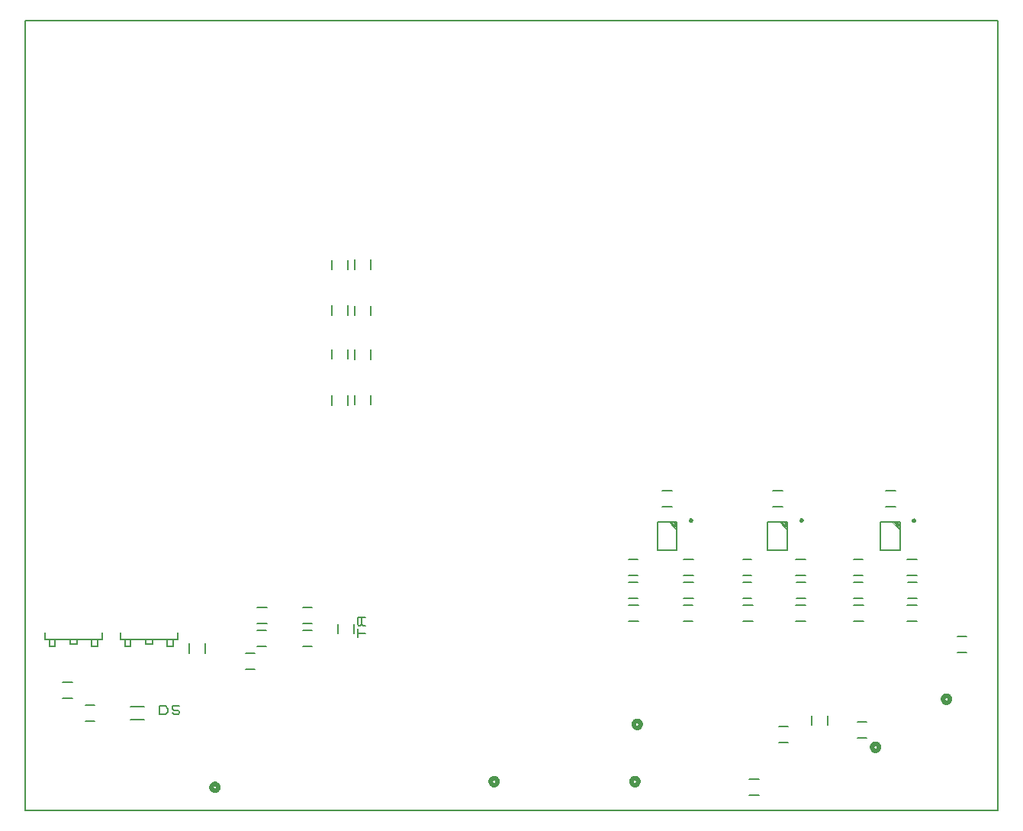
<source format=gbr>
G04 PROTEUS GERBER X2 FILE*
%TF.GenerationSoftware,Labcenter,Proteus,8.7-SP3-Build25561*%
%TF.CreationDate,2021-06-30T06:14:37+00:00*%
%TF.FileFunction,Legend,Bot*%
%TF.FilePolarity,Positive*%
%TF.Part,Single*%
%TF.SameCoordinates,{77f9167f-24a0-473a-9e88-04ab24b8f88e}*%
%FSLAX45Y45*%
%MOMM*%
G01*
%TA.AperFunction,Profile*%
%ADD41C,0.203200*%
%TA.AperFunction,Material*%
%ADD45C,0.200000*%
%ADD44C,0.203200*%
%ADD50C,0.250000*%
%ADD51C,0.100000*%
%ADD47C,0.508000*%
%TD.AperFunction*%
D41*
X-1079500Y-6413500D02*
X+9715500Y-6413500D01*
X+9715500Y+2349500D01*
X-1079500Y+2349500D01*
X-1079500Y-6413500D01*
D45*
X+2503000Y-811000D02*
X+2503000Y-921000D01*
X+2323000Y-811000D02*
X+2323000Y-921000D01*
X+2503000Y-313000D02*
X+2503000Y-413000D01*
X+2323000Y-313000D02*
X+2323000Y-413000D01*
X+2757000Y-303000D02*
X+2757000Y-413000D01*
X+2577000Y-303000D02*
X+2577000Y-413000D01*
X+2757000Y-821000D02*
X+2757000Y-921000D01*
X+2577000Y-821000D02*
X+2577000Y-921000D01*
D44*
X-228600Y-4445000D02*
X-228600Y-4521200D01*
X-863600Y-4521200D01*
X-863600Y-4445000D01*
X-508000Y-4521200D02*
X-508000Y-4572000D01*
X-584200Y-4572000D01*
X-584200Y-4521200D01*
X-279400Y-4521200D02*
X-279400Y-4597400D01*
X-342900Y-4597400D01*
X-342900Y-4521200D01*
X-812800Y-4521200D02*
X-812800Y-4597400D01*
X-749300Y-4597400D01*
X-749300Y-4521200D02*
X-749300Y-4597400D01*
X+609600Y-4445000D02*
X+609600Y-4521200D01*
X-25400Y-4521200D01*
X-25400Y-4445000D01*
X+330200Y-4521200D02*
X+330200Y-4572000D01*
X+254000Y-4572000D01*
X+254000Y-4521200D01*
X+558800Y-4521200D02*
X+558800Y-4597400D01*
X+495300Y-4597400D01*
X+495300Y-4521200D01*
X+25400Y-4521200D02*
X+25400Y-4597400D01*
X+88900Y-4597400D01*
X+88900Y-4521200D02*
X+88900Y-4597400D01*
D45*
X-557000Y-5170000D02*
X-667000Y-5170000D01*
X-557000Y-4990000D02*
X-667000Y-4990000D01*
X+735500Y-4667500D02*
X+735500Y-4557500D01*
X+915500Y-4667500D02*
X+915500Y-4557500D01*
X+2757000Y-1301500D02*
X+2757000Y-1411500D01*
X+2577000Y-1301500D02*
X+2577000Y-1411500D01*
X+2503000Y-1809500D02*
X+2503000Y-1919500D01*
X+2323000Y-1809500D02*
X+2323000Y-1919500D01*
X+2757000Y-1809500D02*
X+2757000Y-1909500D01*
X+2577000Y-1809500D02*
X+2577000Y-1909500D01*
X+2503000Y-1301500D02*
X+2503000Y-1401500D01*
X+2323000Y-1301500D02*
X+2323000Y-1401500D01*
D50*
X+6316500Y-3195902D02*
X+6316457Y-3194863D01*
X+6316105Y-3192784D01*
X+6315368Y-3190705D01*
X+6314164Y-3188626D01*
X+6312323Y-3186576D01*
X+6310244Y-3185073D01*
X+6308165Y-3184116D01*
X+6306086Y-3183577D01*
X+6304007Y-3183402D01*
X+6304000Y-3183402D01*
X+6291500Y-3195902D02*
X+6291543Y-3194863D01*
X+6291895Y-3192784D01*
X+6292632Y-3190705D01*
X+6293836Y-3188626D01*
X+6295677Y-3186576D01*
X+6297756Y-3185073D01*
X+6299835Y-3184116D01*
X+6301914Y-3183577D01*
X+6303993Y-3183402D01*
X+6304000Y-3183402D01*
X+6291500Y-3195902D02*
X+6291543Y-3196941D01*
X+6291895Y-3199020D01*
X+6292632Y-3201099D01*
X+6293836Y-3203178D01*
X+6295677Y-3205228D01*
X+6297756Y-3206731D01*
X+6299835Y-3207688D01*
X+6301914Y-3208227D01*
X+6303993Y-3208402D01*
X+6304000Y-3208402D01*
X+6316500Y-3195902D02*
X+6316457Y-3196941D01*
X+6316105Y-3199020D01*
X+6315368Y-3201099D01*
X+6314164Y-3203178D01*
X+6312323Y-3205228D01*
X+6310244Y-3206731D01*
X+6308165Y-3207688D01*
X+6306086Y-3208227D01*
X+6304007Y-3208402D01*
X+6304000Y-3208402D01*
D45*
X+6154000Y-3525902D02*
X+5934000Y-3525902D01*
X+5934000Y-3215902D01*
X+6154000Y-3215902D01*
X+6154000Y-3525902D01*
D51*
X+6154000Y-3225902D02*
X+6144000Y-3215902D01*
X+6154000Y-3235902D02*
X+6134000Y-3215902D01*
X+6154000Y-3245902D02*
X+6124000Y-3215902D01*
X+6154000Y-3255902D02*
X+6114000Y-3215902D01*
X+6154000Y-3265902D02*
X+6104000Y-3215902D01*
X+6154000Y-3275902D02*
X+6094000Y-3215902D01*
X+6154000Y-3285902D02*
X+6084000Y-3215902D01*
X+6154000Y-3295902D02*
X+6074000Y-3215902D01*
X+6154000Y-3305902D02*
X+6064000Y-3215902D01*
D50*
X+7543607Y-3195533D02*
X+7543564Y-3194494D01*
X+7543212Y-3192415D01*
X+7542475Y-3190336D01*
X+7541271Y-3188257D01*
X+7539430Y-3186207D01*
X+7537351Y-3184704D01*
X+7535272Y-3183747D01*
X+7533193Y-3183208D01*
X+7531114Y-3183033D01*
X+7531107Y-3183033D01*
X+7518607Y-3195533D02*
X+7518650Y-3194494D01*
X+7519002Y-3192415D01*
X+7519739Y-3190336D01*
X+7520943Y-3188257D01*
X+7522784Y-3186207D01*
X+7524863Y-3184704D01*
X+7526942Y-3183747D01*
X+7529021Y-3183208D01*
X+7531100Y-3183033D01*
X+7531107Y-3183033D01*
X+7518607Y-3195533D02*
X+7518650Y-3196572D01*
X+7519002Y-3198651D01*
X+7519739Y-3200730D01*
X+7520943Y-3202809D01*
X+7522784Y-3204859D01*
X+7524863Y-3206362D01*
X+7526942Y-3207319D01*
X+7529021Y-3207858D01*
X+7531100Y-3208033D01*
X+7531107Y-3208033D01*
X+7543607Y-3195533D02*
X+7543564Y-3196572D01*
X+7543212Y-3198651D01*
X+7542475Y-3200730D01*
X+7541271Y-3202809D01*
X+7539430Y-3204859D01*
X+7537351Y-3206362D01*
X+7535272Y-3207319D01*
X+7533193Y-3207858D01*
X+7531114Y-3208033D01*
X+7531107Y-3208033D01*
D45*
X+7381107Y-3525533D02*
X+7161107Y-3525533D01*
X+7161107Y-3215533D01*
X+7381107Y-3215533D01*
X+7381107Y-3525533D01*
D51*
X+7381107Y-3225533D02*
X+7371107Y-3215533D01*
X+7381107Y-3235533D02*
X+7361107Y-3215533D01*
X+7381107Y-3245533D02*
X+7351107Y-3215533D01*
X+7381107Y-3255533D02*
X+7341107Y-3215533D01*
X+7381107Y-3265533D02*
X+7331107Y-3215533D01*
X+7381107Y-3275533D02*
X+7321107Y-3215533D01*
X+7381107Y-3285533D02*
X+7311107Y-3215533D01*
X+7381107Y-3295533D02*
X+7301107Y-3215533D01*
X+7381107Y-3305533D02*
X+7291107Y-3215533D01*
D50*
X+8793369Y-3197033D02*
X+8793326Y-3195994D01*
X+8792974Y-3193915D01*
X+8792237Y-3191836D01*
X+8791033Y-3189757D01*
X+8789192Y-3187707D01*
X+8787113Y-3186204D01*
X+8785034Y-3185247D01*
X+8782955Y-3184708D01*
X+8780876Y-3184533D01*
X+8780869Y-3184533D01*
X+8768369Y-3197033D02*
X+8768412Y-3195994D01*
X+8768764Y-3193915D01*
X+8769501Y-3191836D01*
X+8770705Y-3189757D01*
X+8772546Y-3187707D01*
X+8774625Y-3186204D01*
X+8776704Y-3185247D01*
X+8778783Y-3184708D01*
X+8780862Y-3184533D01*
X+8780869Y-3184533D01*
X+8768369Y-3197033D02*
X+8768412Y-3198072D01*
X+8768764Y-3200151D01*
X+8769501Y-3202230D01*
X+8770705Y-3204309D01*
X+8772546Y-3206359D01*
X+8774625Y-3207862D01*
X+8776704Y-3208819D01*
X+8778783Y-3209358D01*
X+8780862Y-3209533D01*
X+8780869Y-3209533D01*
X+8793369Y-3197033D02*
X+8793326Y-3198072D01*
X+8792974Y-3200151D01*
X+8792237Y-3202230D01*
X+8791033Y-3204309D01*
X+8789192Y-3206359D01*
X+8787113Y-3207862D01*
X+8785034Y-3208819D01*
X+8782955Y-3209358D01*
X+8780876Y-3209533D01*
X+8780869Y-3209533D01*
D45*
X+8630869Y-3527033D02*
X+8410869Y-3527033D01*
X+8410869Y-3217033D01*
X+8630869Y-3217033D01*
X+8630869Y-3527033D01*
D51*
X+8630869Y-3227033D02*
X+8620869Y-3217033D01*
X+8630869Y-3237033D02*
X+8610869Y-3217033D01*
X+8630869Y-3247033D02*
X+8600869Y-3217033D01*
X+8630869Y-3257033D02*
X+8590869Y-3217033D01*
X+8630869Y-3267033D02*
X+8580869Y-3217033D01*
X+8630869Y-3277033D02*
X+8570869Y-3217033D01*
X+8630869Y-3287033D02*
X+8560869Y-3217033D01*
X+8630869Y-3297033D02*
X+8550869Y-3217033D01*
X+8630869Y-3307033D02*
X+8540869Y-3217033D01*
D45*
X+6100500Y-3047402D02*
X+5990500Y-3047402D01*
X+6100500Y-2867402D02*
X+5990500Y-2867402D01*
X+7327607Y-3047033D02*
X+7217607Y-3047033D01*
X+7327607Y-2867033D02*
X+7217607Y-2867033D01*
X+8577369Y-3048533D02*
X+8467369Y-3048533D01*
X+8577369Y-2868533D02*
X+8467369Y-2868533D01*
X+6337000Y-3809402D02*
X+6227000Y-3809402D01*
X+6337000Y-3629402D02*
X+6227000Y-3629402D01*
X+7581607Y-3809033D02*
X+7471607Y-3809033D01*
X+7581607Y-3629033D02*
X+7471607Y-3629033D01*
X+8813869Y-3809033D02*
X+8703869Y-3809033D01*
X+8813869Y-3629033D02*
X+8703869Y-3629033D01*
X+6337000Y-4063402D02*
X+6227000Y-4063402D01*
X+6337000Y-3883402D02*
X+6227000Y-3883402D01*
X+5729500Y-4317402D02*
X+5619500Y-4317402D01*
X+5729500Y-4137402D02*
X+5619500Y-4137402D01*
X+5619500Y-3629402D02*
X+5719500Y-3629402D01*
X+5619500Y-3809402D02*
X+5719500Y-3809402D01*
X+6327000Y-4317402D02*
X+6227000Y-4317402D01*
X+6327000Y-4137402D02*
X+6227000Y-4137402D01*
X+5719500Y-4063402D02*
X+5619500Y-4063402D01*
X+5719500Y-3883402D02*
X+5619500Y-3883402D01*
X+6882607Y-3629033D02*
X+6982607Y-3629033D01*
X+6882607Y-3809033D02*
X+6982607Y-3809033D01*
X+7581607Y-4063033D02*
X+7481607Y-4063033D01*
X+7581607Y-3883033D02*
X+7481607Y-3883033D01*
X+6982607Y-4063033D02*
X+6882607Y-4063033D01*
X+6982607Y-3883033D02*
X+6882607Y-3883033D01*
X+8114869Y-3629033D02*
X+8214869Y-3629033D01*
X+8114869Y-3809033D02*
X+8214869Y-3809033D01*
X+8813869Y-4063033D02*
X+8713869Y-4063033D01*
X+8813869Y-3883033D02*
X+8713869Y-3883033D01*
X+8214869Y-4063033D02*
X+8114869Y-4063033D01*
X+8214869Y-3883033D02*
X+8114869Y-3883033D01*
X+6992607Y-4317033D02*
X+6882607Y-4317033D01*
X+6992607Y-4137033D02*
X+6882607Y-4137033D01*
X+7581607Y-4317033D02*
X+7471607Y-4317033D01*
X+7581607Y-4137033D02*
X+7471607Y-4137033D01*
X+8224869Y-4317033D02*
X+8114869Y-4317033D01*
X+8224869Y-4137033D02*
X+8114869Y-4137033D01*
X+8813869Y-4317033D02*
X+8703869Y-4317033D01*
X+8813869Y-4137033D02*
X+8703869Y-4137033D01*
X+7063000Y-6249500D02*
X+6953000Y-6249500D01*
X+7063000Y-6069500D02*
X+6953000Y-6069500D01*
X+1602000Y-4344500D02*
X+1492000Y-4344500D01*
X+1602000Y-4164500D02*
X+1492000Y-4164500D01*
D44*
X+83820Y-5407660D02*
X+236220Y-5407660D01*
X+86360Y-5260340D02*
X+236220Y-5260340D01*
X+411480Y-5257801D02*
X+411480Y-5349241D01*
X+474980Y-5349241D01*
X+506730Y-5318761D01*
X+506730Y-5288281D01*
X+474980Y-5257801D01*
X+411480Y-5257801D01*
X+554355Y-5334001D02*
X+570230Y-5349241D01*
X+617855Y-5349241D01*
X+633730Y-5334001D01*
X+633730Y-5318761D01*
X+617855Y-5303521D01*
X+570230Y-5303521D01*
X+554355Y-5288281D01*
X+554355Y-5257801D01*
X+633730Y-5257801D01*
D47*
X+9182100Y-5181500D02*
X+9181969Y-5178342D01*
X+9180903Y-5172024D01*
X+9178672Y-5165706D01*
X+9175027Y-5159388D01*
X+9169452Y-5153149D01*
X+9163134Y-5148553D01*
X+9156816Y-5145620D01*
X+9150498Y-5143958D01*
X+9144180Y-5143400D01*
X+9144000Y-5143400D01*
X+9105900Y-5181500D02*
X+9106031Y-5178342D01*
X+9107097Y-5172024D01*
X+9109328Y-5165706D01*
X+9112973Y-5159388D01*
X+9118548Y-5153149D01*
X+9124866Y-5148553D01*
X+9131184Y-5145620D01*
X+9137502Y-5143958D01*
X+9143820Y-5143400D01*
X+9144000Y-5143400D01*
X+9105900Y-5181500D02*
X+9106031Y-5184658D01*
X+9107097Y-5190976D01*
X+9109328Y-5197294D01*
X+9112973Y-5203612D01*
X+9118548Y-5209851D01*
X+9124866Y-5214447D01*
X+9131184Y-5217380D01*
X+9137502Y-5219042D01*
X+9143820Y-5219600D01*
X+9144000Y-5219600D01*
X+9182100Y-5181500D02*
X+9181969Y-5184658D01*
X+9180903Y-5190976D01*
X+9178672Y-5197294D01*
X+9175027Y-5203612D01*
X+9169452Y-5209851D01*
X+9163134Y-5214447D01*
X+9156816Y-5217380D01*
X+9150498Y-5219042D01*
X+9144180Y-5219600D01*
X+9144000Y-5219600D01*
D45*
X+8159500Y-5434500D02*
X+8259500Y-5434500D01*
X+8159500Y-5614500D02*
X+8259500Y-5614500D01*
X+7288500Y-5480499D02*
X+7388500Y-5480499D01*
X+7288500Y-5660499D02*
X+7388500Y-5660499D01*
X+7647500Y-5465500D02*
X+7647500Y-5365500D01*
X+7827500Y-5465500D02*
X+7827500Y-5365500D01*
X+9266500Y-4482000D02*
X+9366500Y-4482000D01*
X+9266500Y-4662000D02*
X+9366500Y-4662000D01*
X-313000Y-5424000D02*
X-413000Y-5424000D01*
X-313000Y-5244000D02*
X-413000Y-5244000D01*
X+2000000Y-4418500D02*
X+2100000Y-4418500D01*
X+2000000Y-4598500D02*
X+2100000Y-4598500D01*
X+2000000Y-4164500D02*
X+2100000Y-4164500D01*
X+2000000Y-4344500D02*
X+2100000Y-4344500D01*
X+1492000Y-4418500D02*
X+1592000Y-4418500D01*
X+1492000Y-4598500D02*
X+1592000Y-4598500D01*
X+1465000Y-4852500D02*
X+1365000Y-4852500D01*
X+1465000Y-4672500D02*
X+1365000Y-4672500D01*
X+2386500Y-4449500D02*
X+2386500Y-4349500D01*
X+2566500Y-4449500D02*
X+2566500Y-4349500D01*
D44*
X+2698420Y-4272500D02*
X+2606980Y-4272500D01*
X+2606980Y-4351875D01*
X+2622220Y-4367750D01*
X+2637460Y-4367750D01*
X+2652700Y-4351875D01*
X+2652700Y-4272500D01*
X+2652700Y-4351875D02*
X+2667940Y-4367750D01*
X+2698420Y-4367750D01*
X+2606980Y-4399500D02*
X+2606980Y-4494750D01*
X+2606980Y-4447125D02*
X+2698420Y-4447125D01*
D47*
X+8394600Y-5715000D02*
X+8394469Y-5711842D01*
X+8393403Y-5705524D01*
X+8391172Y-5699206D01*
X+8387527Y-5692888D01*
X+8381952Y-5686649D01*
X+8375634Y-5682053D01*
X+8369316Y-5679120D01*
X+8362998Y-5677458D01*
X+8356680Y-5676900D01*
X+8356500Y-5676900D01*
X+8318400Y-5715000D02*
X+8318531Y-5711842D01*
X+8319597Y-5705524D01*
X+8321828Y-5699206D01*
X+8325473Y-5692888D01*
X+8331048Y-5686649D01*
X+8337366Y-5682053D01*
X+8343684Y-5679120D01*
X+8350002Y-5677458D01*
X+8356320Y-5676900D01*
X+8356500Y-5676900D01*
X+8318400Y-5715000D02*
X+8318531Y-5718158D01*
X+8319597Y-5724476D01*
X+8321828Y-5730794D01*
X+8325473Y-5737112D01*
X+8331048Y-5743351D01*
X+8337366Y-5747947D01*
X+8343684Y-5750880D01*
X+8350002Y-5752542D01*
X+8356320Y-5753100D01*
X+8356500Y-5753100D01*
X+8394600Y-5715000D02*
X+8394469Y-5718158D01*
X+8393403Y-5724476D01*
X+8391172Y-5730794D01*
X+8387527Y-5737112D01*
X+8381952Y-5743351D01*
X+8375634Y-5747947D01*
X+8369316Y-5750880D01*
X+8362998Y-5752542D01*
X+8356680Y-5753100D01*
X+8356500Y-5753100D01*
X+4162600Y-6096000D02*
X+4162469Y-6092842D01*
X+4161403Y-6086524D01*
X+4159172Y-6080206D01*
X+4155527Y-6073888D01*
X+4149952Y-6067649D01*
X+4143634Y-6063053D01*
X+4137316Y-6060120D01*
X+4130998Y-6058458D01*
X+4124680Y-6057900D01*
X+4124500Y-6057900D01*
X+4086400Y-6096000D02*
X+4086531Y-6092842D01*
X+4087597Y-6086524D01*
X+4089828Y-6080206D01*
X+4093473Y-6073888D01*
X+4099048Y-6067649D01*
X+4105366Y-6063053D01*
X+4111684Y-6060120D01*
X+4118002Y-6058458D01*
X+4124320Y-6057900D01*
X+4124500Y-6057900D01*
X+4086400Y-6096000D02*
X+4086531Y-6099158D01*
X+4087597Y-6105476D01*
X+4089828Y-6111794D01*
X+4093473Y-6118112D01*
X+4099048Y-6124351D01*
X+4105366Y-6128947D01*
X+4111684Y-6131880D01*
X+4118002Y-6133542D01*
X+4124320Y-6134100D01*
X+4124500Y-6134100D01*
X+4162600Y-6096000D02*
X+4162469Y-6099158D01*
X+4161403Y-6105476D01*
X+4159172Y-6111794D01*
X+4155527Y-6118112D01*
X+4149952Y-6124351D01*
X+4143634Y-6128947D01*
X+4137316Y-6131880D01*
X+4130998Y-6133542D01*
X+4124680Y-6134100D01*
X+4124500Y-6134100D01*
X+5724600Y-6096000D02*
X+5724469Y-6092842D01*
X+5723403Y-6086524D01*
X+5721172Y-6080206D01*
X+5717527Y-6073888D01*
X+5711952Y-6067649D01*
X+5705634Y-6063053D01*
X+5699316Y-6060120D01*
X+5692998Y-6058458D01*
X+5686680Y-6057900D01*
X+5686500Y-6057900D01*
X+5648400Y-6096000D02*
X+5648531Y-6092842D01*
X+5649597Y-6086524D01*
X+5651828Y-6080206D01*
X+5655473Y-6073888D01*
X+5661048Y-6067649D01*
X+5667366Y-6063053D01*
X+5673684Y-6060120D01*
X+5680002Y-6058458D01*
X+5686320Y-6057900D01*
X+5686500Y-6057900D01*
X+5648400Y-6096000D02*
X+5648531Y-6099158D01*
X+5649597Y-6105476D01*
X+5651828Y-6111794D01*
X+5655473Y-6118112D01*
X+5661048Y-6124351D01*
X+5667366Y-6128947D01*
X+5673684Y-6131880D01*
X+5680002Y-6133542D01*
X+5686320Y-6134100D01*
X+5686500Y-6134100D01*
X+5724600Y-6096000D02*
X+5724469Y-6099158D01*
X+5723403Y-6105476D01*
X+5721172Y-6111794D01*
X+5717527Y-6118112D01*
X+5711952Y-6124351D01*
X+5705634Y-6128947D01*
X+5699316Y-6131880D01*
X+5692998Y-6133542D01*
X+5686680Y-6134100D01*
X+5686500Y-6134100D01*
X+5750100Y-5461000D02*
X+5749969Y-5457842D01*
X+5748903Y-5451524D01*
X+5746672Y-5445206D01*
X+5743027Y-5438888D01*
X+5737452Y-5432649D01*
X+5731134Y-5428053D01*
X+5724816Y-5425120D01*
X+5718498Y-5423458D01*
X+5712180Y-5422900D01*
X+5712000Y-5422900D01*
X+5673900Y-5461000D02*
X+5674031Y-5457842D01*
X+5675097Y-5451524D01*
X+5677328Y-5445206D01*
X+5680973Y-5438888D01*
X+5686548Y-5432649D01*
X+5692866Y-5428053D01*
X+5699184Y-5425120D01*
X+5705502Y-5423458D01*
X+5711820Y-5422900D01*
X+5712000Y-5422900D01*
X+5673900Y-5461000D02*
X+5674031Y-5464158D01*
X+5675097Y-5470476D01*
X+5677328Y-5476794D01*
X+5680973Y-5483112D01*
X+5686548Y-5489351D01*
X+5692866Y-5493947D01*
X+5699184Y-5496880D01*
X+5705502Y-5498542D01*
X+5711820Y-5499100D01*
X+5712000Y-5499100D01*
X+5750100Y-5461000D02*
X+5749969Y-5464158D01*
X+5748903Y-5470476D01*
X+5746672Y-5476794D01*
X+5743027Y-5483112D01*
X+5737452Y-5489351D01*
X+5731134Y-5493947D01*
X+5724816Y-5496880D01*
X+5718498Y-5498542D01*
X+5712180Y-5499100D01*
X+5712000Y-5499100D01*
X+1063600Y-6159500D02*
X+1063469Y-6156342D01*
X+1062403Y-6150024D01*
X+1060172Y-6143706D01*
X+1056527Y-6137388D01*
X+1050952Y-6131149D01*
X+1044634Y-6126553D01*
X+1038316Y-6123620D01*
X+1031998Y-6121958D01*
X+1025680Y-6121400D01*
X+1025500Y-6121400D01*
X+987400Y-6159500D02*
X+987531Y-6156342D01*
X+988597Y-6150024D01*
X+990828Y-6143706D01*
X+994473Y-6137388D01*
X+1000048Y-6131149D01*
X+1006366Y-6126553D01*
X+1012684Y-6123620D01*
X+1019002Y-6121958D01*
X+1025320Y-6121400D01*
X+1025500Y-6121400D01*
X+987400Y-6159500D02*
X+987531Y-6162658D01*
X+988597Y-6168976D01*
X+990828Y-6175294D01*
X+994473Y-6181612D01*
X+1000048Y-6187851D01*
X+1006366Y-6192447D01*
X+1012684Y-6195380D01*
X+1019002Y-6197042D01*
X+1025320Y-6197600D01*
X+1025500Y-6197600D01*
X+1063600Y-6159500D02*
X+1063469Y-6162658D01*
X+1062403Y-6168976D01*
X+1060172Y-6175294D01*
X+1056527Y-6181612D01*
X+1050952Y-6187851D01*
X+1044634Y-6192447D01*
X+1038316Y-6195380D01*
X+1031998Y-6197042D01*
X+1025680Y-6197600D01*
X+1025500Y-6197600D01*
M02*

</source>
